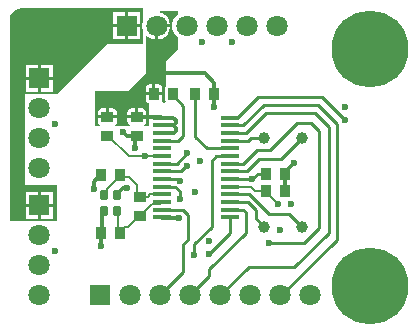
<source format=gtl>
G04*
G04 #@! TF.GenerationSoftware,Altium Limited,Altium Designer,24.10.1 (45)*
G04*
G04 Layer_Physical_Order=1*
G04 Layer_Color=255*
%FSLAX25Y25*%
%MOIN*%
G70*
G04*
G04 #@! TF.SameCoordinates,420246D5-23F9-42E6-AD95-1A962FCA9351*
G04*
G04*
G04 #@! TF.FilePolarity,Positive*
G04*
G01*
G75*
%ADD11C,0.01181*%
%ADD14C,0.01000*%
G04:AMPARAMS|DCode=15|XSize=31.5mil|YSize=27.56mil|CornerRadius=3.45mil|HoleSize=0mil|Usage=FLASHONLY|Rotation=270.000|XOffset=0mil|YOffset=0mil|HoleType=Round|Shape=RoundedRectangle|*
%AMROUNDEDRECTD15*
21,1,0.03150,0.02067,0,0,270.0*
21,1,0.02461,0.02756,0,0,270.0*
1,1,0.00689,-0.01034,-0.01230*
1,1,0.00689,-0.01034,0.01230*
1,1,0.00689,0.01034,0.01230*
1,1,0.00689,0.01034,-0.01230*
%
%ADD15ROUNDEDRECTD15*%
G04:AMPARAMS|DCode=16|XSize=43.31mil|YSize=35.43mil|CornerRadius=2.66mil|HoleSize=0mil|Usage=FLASHONLY|Rotation=180.000|XOffset=0mil|YOffset=0mil|HoleType=Round|Shape=RoundedRectangle|*
%AMROUNDEDRECTD16*
21,1,0.04331,0.03012,0,0,180.0*
21,1,0.03799,0.03543,0,0,180.0*
1,1,0.00532,-0.01900,0.01506*
1,1,0.00532,0.01900,0.01506*
1,1,0.00532,0.01900,-0.01506*
1,1,0.00532,-0.01900,-0.01506*
%
%ADD16ROUNDEDRECTD16*%
G04:AMPARAMS|DCode=17|XSize=43.31mil|YSize=35.43mil|CornerRadius=3.54mil|HoleSize=0mil|Usage=FLASHONLY|Rotation=90.000|XOffset=0mil|YOffset=0mil|HoleType=Round|Shape=RoundedRectangle|*
%AMROUNDEDRECTD17*
21,1,0.04331,0.02835,0,0,90.0*
21,1,0.03622,0.03543,0,0,90.0*
1,1,0.00709,0.01417,0.01811*
1,1,0.00709,0.01417,-0.01811*
1,1,0.00709,-0.01417,-0.01811*
1,1,0.00709,-0.01417,0.01811*
%
%ADD17ROUNDEDRECTD17*%
G04:AMPARAMS|DCode=18|XSize=43.31mil|YSize=35.43mil|CornerRadius=2.66mil|HoleSize=0mil|Usage=FLASHONLY|Rotation=90.000|XOffset=0mil|YOffset=0mil|HoleType=Round|Shape=RoundedRectangle|*
%AMROUNDEDRECTD18*
21,1,0.04331,0.03012,0,0,90.0*
21,1,0.03799,0.03543,0,0,90.0*
1,1,0.00532,0.01506,0.01900*
1,1,0.00532,0.01506,-0.01900*
1,1,0.00532,-0.01506,-0.01900*
1,1,0.00532,-0.01506,0.01900*
%
%ADD18ROUNDEDRECTD18*%
G04:AMPARAMS|DCode=19|XSize=59.06mil|YSize=15.75mil|CornerRadius=1.97mil|HoleSize=0mil|Usage=FLASHONLY|Rotation=0.000|XOffset=0mil|YOffset=0mil|HoleType=Round|Shape=RoundedRectangle|*
%AMROUNDEDRECTD19*
21,1,0.05906,0.01181,0,0,0.0*
21,1,0.05512,0.01575,0,0,0.0*
1,1,0.00394,0.02756,-0.00591*
1,1,0.00394,-0.02756,-0.00591*
1,1,0.00394,-0.02756,0.00591*
1,1,0.00394,0.02756,0.00591*
%
%ADD19ROUNDEDRECTD19*%
G04:AMPARAMS|DCode=20|XSize=43.31mil|YSize=35.43mil|CornerRadius=3.54mil|HoleSize=0mil|Usage=FLASHONLY|Rotation=180.000|XOffset=0mil|YOffset=0mil|HoleType=Round|Shape=RoundedRectangle|*
%AMROUNDEDRECTD20*
21,1,0.04331,0.02835,0,0,180.0*
21,1,0.03622,0.03543,0,0,180.0*
1,1,0.00709,-0.01811,0.01417*
1,1,0.00709,0.01811,0.01417*
1,1,0.00709,0.01811,-0.01417*
1,1,0.00709,-0.01811,-0.01417*
%
%ADD20ROUNDEDRECTD20*%
%ADD32C,0.03937*%
%ADD33C,0.00600*%
%ADD34C,0.07087*%
%ADD35R,0.07087X0.07087*%
%ADD36R,0.07087X0.07087*%
%ADD37C,0.25591*%
%ADD38C,0.02362*%
G36*
X58071Y106295D02*
X57972Y106237D01*
X57070Y105336D01*
X56432Y104231D01*
X56102Y103000D01*
Y101725D01*
X56432Y100493D01*
X57070Y99389D01*
X57972Y98487D01*
X58071Y98430D01*
Y94488D01*
X54134Y90551D01*
Y82450D01*
X54034Y82383D01*
X53801Y82035D01*
X53720Y81624D01*
Y77825D01*
X53801Y77414D01*
X53896Y77272D01*
X53642Y76772D01*
X52926D01*
X52659Y77272D01*
X52698Y77331D01*
X52797Y77825D01*
Y79224D01*
X50000D01*
X47204D01*
Y77825D01*
X47302Y77331D01*
X47581Y76912D01*
X48000Y76632D01*
X48228Y76587D01*
Y68898D01*
X46779D01*
X46700Y69142D01*
X46696Y69398D01*
X47079Y69653D01*
X47378Y70101D01*
X47483Y70630D01*
Y71547D01*
X44291D01*
X41100D01*
Y70630D01*
X41205Y70101D01*
X41504Y69653D01*
X41887Y69398D01*
X41883Y69142D01*
X41804Y68898D01*
X40711D01*
X40198Y69110D01*
X39330D01*
X38817Y68898D01*
X36998D01*
X36931Y69093D01*
X36915Y69398D01*
X37261Y69629D01*
X37541Y70047D01*
X37639Y70541D01*
Y71547D01*
X34449D01*
X31259D01*
Y70541D01*
X31357Y70047D01*
X31637Y69629D01*
X31983Y69398D01*
X31967Y69093D01*
X31899Y68898D01*
X30512D01*
Y80709D01*
X41339D01*
X47244Y86614D01*
Y90551D01*
Y98931D01*
X47744Y99138D01*
X48155Y98727D01*
X49191Y98128D01*
X50347Y97819D01*
X50445D01*
Y102362D01*
X50945D01*
Y102862D01*
X55488D01*
Y102960D01*
X55179Y104116D01*
X54580Y105152D01*
X53734Y105998D01*
X52698Y106596D01*
X51999Y106783D01*
X52064Y107283D01*
X58071D01*
Y106295D01*
D02*
G37*
G36*
X46260Y103587D02*
X46102Y103000D01*
Y101725D01*
X46260Y101137D01*
Y99108D01*
X46224Y98931D01*
Y96457D01*
X34449D01*
X17717Y79724D01*
X12449D01*
X12449Y79724D01*
X11174D01*
X11174Y79724D01*
X6890D01*
Y49213D01*
X17717D01*
Y37402D01*
X2007D01*
Y104331D01*
Y104331D01*
Y104331D01*
X2007Y104715D01*
X2157Y105468D01*
X2451Y106177D01*
X2877Y106816D01*
X3420Y107359D01*
X4059Y107785D01*
X4768Y108079D01*
X5715Y108268D01*
X46260D01*
Y103587D01*
D02*
G37*
%LPC*%
G36*
X55488Y101862D02*
X51445D01*
Y97819D01*
X51543D01*
X52698Y98128D01*
X53734Y98727D01*
X54580Y99573D01*
X55179Y100609D01*
X55488Y101764D01*
Y101862D01*
D02*
G37*
G36*
X51506Y82915D02*
X50500D01*
Y80224D01*
X52797D01*
Y81624D01*
X52698Y82118D01*
X52419Y82537D01*
X52000Y82816D01*
X51506Y82915D01*
D02*
G37*
G36*
X49500D02*
X48494D01*
X48000Y82816D01*
X47581Y82537D01*
X47302Y82118D01*
X47204Y81624D01*
Y80224D01*
X49500D01*
Y82915D01*
D02*
G37*
G36*
X46102Y74845D02*
X44791D01*
Y72547D01*
X47483D01*
Y73465D01*
X47378Y73993D01*
X47079Y74441D01*
X46631Y74740D01*
X46102Y74845D01*
D02*
G37*
G36*
X36348Y74844D02*
X34949D01*
Y72547D01*
X37639D01*
Y73553D01*
X37541Y74047D01*
X37261Y74466D01*
X36842Y74746D01*
X36348Y74844D01*
D02*
G37*
G36*
X33949D02*
X32549D01*
X32055Y74746D01*
X31637Y74466D01*
X31357Y74047D01*
X31259Y73553D01*
Y72547D01*
X33949D01*
Y74844D01*
D02*
G37*
G36*
X43791Y74845D02*
X42480D01*
X41952Y74740D01*
X41504Y74441D01*
X41205Y73993D01*
X41100Y73465D01*
Y72547D01*
X43791D01*
Y74845D01*
D02*
G37*
G36*
X45488Y106905D02*
X41445D01*
Y102862D01*
X45488D01*
Y106905D01*
D02*
G37*
G36*
X40445D02*
X36402D01*
Y102862D01*
X40445D01*
Y106905D01*
D02*
G37*
G36*
X45488Y101862D02*
X41445D01*
Y97819D01*
X45488D01*
Y101862D01*
D02*
G37*
G36*
X40445D02*
X36402D01*
Y97819D01*
X40445D01*
Y101862D01*
D02*
G37*
G36*
X16354Y89425D02*
X12311D01*
Y85382D01*
X16354D01*
Y89425D01*
D02*
G37*
G36*
X11311D02*
X7268D01*
Y85382D01*
X11311D01*
Y89425D01*
D02*
G37*
G36*
X16354Y84382D02*
X12311D01*
Y80339D01*
X16354D01*
Y84382D01*
D02*
G37*
G36*
X11311D02*
X7268D01*
Y80339D01*
X11311D01*
Y84382D01*
D02*
G37*
G36*
X16354Y47102D02*
X12311D01*
Y43059D01*
X16354D01*
Y47102D01*
D02*
G37*
G36*
X11311D02*
X7268D01*
Y43059D01*
X11311D01*
Y47102D01*
D02*
G37*
G36*
X16354Y42059D02*
X12311D01*
Y38016D01*
X16354D01*
Y42059D01*
D02*
G37*
G36*
X11311D02*
X7268D01*
Y38016D01*
X11311D01*
Y42059D01*
D02*
G37*
%LPD*%
D11*
X53150Y86614D02*
X66929D01*
X70079Y83465D01*
Y79724D02*
Y83465D01*
X43701Y65158D02*
X44291Y65748D01*
X43701Y61811D02*
Y65158D01*
X44439Y71900D02*
X52411D01*
X50000Y79331D02*
Y79724D01*
X70079D02*
X70079Y79724D01*
Y75197D02*
Y79724D01*
X32283Y29134D02*
Y33465D01*
X32283Y29134D02*
X32283Y29134D01*
X32776Y33957D02*
Y40059D01*
X32283Y33465D02*
X32776Y33957D01*
Y40059D02*
X33268Y40551D01*
X39538Y48199D02*
X40719D01*
X37598Y46063D02*
Y46260D01*
X40719Y48199D02*
X40945Y48425D01*
X37598Y46260D02*
X39538Y48199D01*
X29921Y48031D02*
Y50394D01*
X30709Y51181D01*
X31102D01*
X32283Y52362D01*
Y52756D01*
X93701Y53543D02*
X96850Y56693D01*
X93701Y47244D02*
Y53543D01*
X96850Y56693D02*
Y56693D01*
X52707Y38337D02*
X58120D01*
X58268Y38189D01*
X52559Y38484D02*
X52707Y38337D01*
X39764Y66929D02*
X39820D01*
X41001Y65748D01*
X44291D01*
X52559Y69193D02*
X56398D01*
X56595D02*
X57286Y69885D01*
Y70863D01*
X56398Y71752D02*
X57286Y70863D01*
X52559Y71752D02*
X56398D01*
Y69193D02*
X57286Y68304D01*
X52559Y66634D02*
X56595D01*
X57286Y67326D02*
Y68304D01*
X56595Y66634D02*
X57286Y67326D01*
X52411Y71900D02*
X52559Y71752D01*
X44291Y72047D02*
X44439Y71900D01*
D14*
X63386Y25984D02*
Y29528D01*
X69291Y35433D02*
Y57480D01*
X63386Y29528D02*
X69291Y35433D01*
X61417Y31102D02*
Y39370D01*
X59842Y29528D02*
X61417Y31102D01*
X59744Y41043D02*
X61417Y39370D01*
X52559Y41043D02*
X59744D01*
X88189Y29921D02*
X100000D01*
X105118Y35039D01*
X81653Y22047D02*
X96850D01*
X108268Y33465D01*
X72165Y12559D02*
X81653Y22047D01*
X67618Y61516D02*
X75394D01*
X63779Y65354D02*
X67618Y61516D01*
X63779Y65354D02*
Y79724D01*
X58169Y64075D02*
X59842Y65748D01*
X56299Y79331D02*
X59842Y75787D01*
Y65748D02*
Y75787D01*
X56299Y79331D02*
Y79724D01*
X52559Y64075D02*
X58169D01*
X92480Y12559D02*
X111024Y31102D01*
X92165Y12559D02*
X92480D01*
X105118Y35039D02*
Y67278D01*
X108268Y33465D02*
Y68583D01*
X111024Y31102D02*
Y69725D01*
X102318Y70079D02*
X105118Y67278D01*
X103622Y73228D02*
X108268Y68583D01*
X104764Y75984D02*
X111024Y69725D01*
X105905Y78740D02*
X113779Y70866D01*
X97638Y70079D02*
X102318D01*
X88583Y61024D02*
X97638Y70079D01*
X79823Y69193D02*
X86614Y75984D01*
X80807Y66634D02*
X87402Y73228D01*
X84547Y78740D02*
X105905D01*
X77559Y71752D02*
X84547Y78740D01*
X86614Y75984D02*
X104764D01*
X87402Y73228D02*
X103622D01*
X84252Y61024D02*
X88583D01*
X79626Y56398D02*
X84252Y61024D01*
X75394Y56398D02*
X79626D01*
X75394Y66634D02*
X80807D01*
X75394Y69193D02*
X79823D01*
X75394Y71752D02*
X77559D01*
X68504Y26378D02*
X75394Y33268D01*
Y38484D01*
X69291Y57480D02*
X70768Y58957D01*
X75394D01*
X59842Y20236D02*
Y29528D01*
X52165Y12559D02*
X59842Y20236D01*
X57852Y51279D02*
X58316Y50816D01*
X52559Y51279D02*
X57852D01*
X58316Y50816D02*
X58684D01*
X57575Y56398D02*
X61023Y59846D01*
X52559Y56398D02*
X57575D01*
X58563Y44587D02*
Y47169D01*
Y44587D02*
X58661Y44488D01*
X57012Y48720D02*
X58563Y47169D01*
X60791Y55518D02*
X61160D01*
X52559Y53839D02*
X59112D01*
X60791Y55518D01*
X52559Y48720D02*
X57012D01*
X62165Y12559D02*
X68504Y18898D01*
Y21260D02*
X80709Y33465D01*
X68504Y18898D02*
Y21260D01*
X80709Y33465D02*
Y40157D01*
X79823Y41043D02*
X80709Y40157D01*
X75394Y41043D02*
X79823D01*
X92323Y57874D02*
X99409Y64961D01*
X85039Y57874D02*
X92323D01*
X81004Y53839D02*
X85039Y57874D01*
X75394Y53839D02*
X81004D01*
X81398Y64075D02*
X82284Y64961D01*
X86614D01*
X75394Y64075D02*
X81398D01*
X95079Y39764D02*
X99410Y35433D01*
X81791Y46161D02*
X88189Y39764D01*
X95079D01*
X75394Y46161D02*
X81791D01*
X83858Y38189D02*
X86614Y35433D01*
X83858Y38189D02*
Y40945D01*
X75394Y43602D02*
X81201D01*
X83858Y40945D01*
X82776Y51279D02*
X84646Y53150D01*
X87402D01*
X75394Y51279D02*
X82776D01*
D15*
X33268Y46063D02*
D03*
Y40551D02*
D03*
X37598D02*
D03*
Y46063D02*
D03*
D16*
X34449Y65748D02*
D03*
Y72047D02*
D03*
X45276Y45276D02*
D03*
Y38976D02*
D03*
D17*
X32283Y52756D02*
D03*
X38583D02*
D03*
X32283Y33465D02*
D03*
X38583D02*
D03*
D18*
X87402Y53150D02*
D03*
X93701D02*
D03*
X87402Y47244D02*
D03*
X93701D02*
D03*
X63779Y79724D02*
D03*
X70079D02*
D03*
X56299D02*
D03*
X50000D02*
D03*
D19*
X75394Y71752D02*
D03*
Y69193D02*
D03*
Y66634D02*
D03*
Y64075D02*
D03*
Y61516D02*
D03*
Y58957D02*
D03*
Y56398D02*
D03*
Y53839D02*
D03*
Y51279D02*
D03*
Y48720D02*
D03*
Y46161D02*
D03*
Y43602D02*
D03*
Y41043D02*
D03*
Y38484D02*
D03*
X52559D02*
D03*
Y41043D02*
D03*
Y43602D02*
D03*
Y46161D02*
D03*
Y48720D02*
D03*
Y51279D02*
D03*
Y53839D02*
D03*
Y56398D02*
D03*
Y58957D02*
D03*
Y61516D02*
D03*
Y64075D02*
D03*
Y66634D02*
D03*
Y69193D02*
D03*
Y71752D02*
D03*
D20*
X44291Y72047D02*
D03*
Y65748D02*
D03*
D32*
X99410Y64961D02*
D03*
X86614D02*
D03*
Y35433D02*
D03*
X99410D02*
D03*
D33*
X47096Y58957D02*
X52559D01*
X41634D02*
X47096D01*
X87402Y46850D02*
X91339Y42913D01*
Y42913D02*
Y42913D01*
X87402Y46850D02*
Y47244D01*
X34449Y65748D02*
X34843D01*
X41634Y58957D01*
X34318Y48098D02*
X38583Y52362D01*
X34318Y47113D02*
Y48098D01*
X33268Y46063D02*
X34318Y47113D01*
X38583Y52362D02*
Y52756D01*
X39370Y51968D01*
X41732D01*
X44488Y49213D01*
Y46063D02*
Y49213D01*
Y46063D02*
X45276Y45276D01*
X45379Y45379D01*
X47989D02*
X48772Y46161D01*
X52559D01*
X45379Y45379D02*
X47989D01*
X37899Y34149D02*
X38583Y33465D01*
X37899Y34149D02*
Y40251D01*
X37598Y40551D02*
X37899Y40251D01*
X40050Y35296D02*
X41202D01*
X38583Y33829D02*
X40050Y35296D01*
X44882Y38976D02*
X45276D01*
X41202Y35296D02*
X44882Y38976D01*
X38583Y33465D02*
Y33829D01*
X47141Y40788D02*
X49468Y43115D01*
X45669Y38976D02*
X47141Y40448D01*
X45276Y38976D02*
X45669D01*
X52072Y43115D02*
X52559Y43602D01*
X49468Y43115D02*
X52072D01*
X47141Y40448D02*
Y40788D01*
X82185Y48720D02*
X83661Y47244D01*
X87402D01*
X75394Y48720D02*
X82185D01*
D34*
X90945Y102362D02*
D03*
X80945D02*
D03*
X70945D02*
D03*
X50945D02*
D03*
X60945D02*
D03*
X82165Y12559D02*
D03*
X72165D02*
D03*
X62165D02*
D03*
X42165D02*
D03*
X52165D02*
D03*
X92165D02*
D03*
X102165D02*
D03*
X11811Y54882D02*
D03*
Y74882D02*
D03*
Y64882D02*
D03*
Y12559D02*
D03*
Y32559D02*
D03*
Y22559D02*
D03*
D35*
X40945Y102362D02*
D03*
X32165Y12559D02*
D03*
D36*
X11811Y84882D02*
D03*
Y42559D02*
D03*
D37*
X122047Y15748D02*
D03*
Y94488D02*
D03*
D38*
X88189Y29921D02*
D03*
X16929Y27362D02*
D03*
Y69685D02*
D03*
X75984Y96850D02*
D03*
X66142D02*
D03*
X43701Y61811D02*
D03*
X47096Y58957D02*
D03*
X113779Y75197D02*
D03*
Y70866D02*
D03*
X82776Y51279D02*
D03*
X95669Y42913D02*
D03*
X91339D02*
D03*
X70079Y75197D02*
D03*
X92126Y34252D02*
D03*
X68504Y30709D02*
D03*
X68504Y26378D02*
D03*
X63386Y25984D02*
D03*
X29921Y48031D02*
D03*
X40945Y48425D02*
D03*
X32283Y29134D02*
D03*
X58684Y50816D02*
D03*
X65354Y57480D02*
D03*
X61023Y59846D02*
D03*
X58661Y44488D02*
D03*
X63779Y46850D02*
D03*
X61160Y55518D02*
D03*
X96850Y56693D02*
D03*
X58268Y38189D02*
D03*
X39764Y66929D02*
D03*
X122047Y5906D02*
D03*
X112205Y15748D02*
D03*
X131890D02*
D03*
X122047Y25591D02*
D03*
X129007Y8788D02*
D03*
X115087D02*
D03*
X129007Y22708D02*
D03*
X115087D02*
D03*
X122047Y84646D02*
D03*
X112205Y94488D02*
D03*
X131890D02*
D03*
X122047Y104331D02*
D03*
X129007Y87529D02*
D03*
X115087D02*
D03*
X129007Y101448D02*
D03*
X115087D02*
D03*
M02*

</source>
